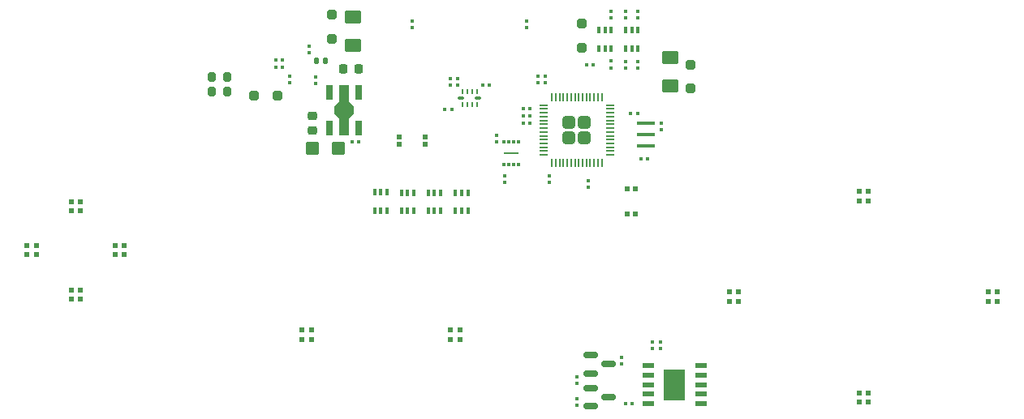
<source format=gbr>
G04 #@! TF.GenerationSoftware,KiCad,Pcbnew,7.0.6*
G04 #@! TF.CreationDate,2023-09-01T19:54:12-07:00*
G04 #@! TF.ProjectId,sgpp_main_pcb,73677070-5f6d-4616-996e-5f7063622e6b,1*
G04 #@! TF.SameCoordinates,Original*
G04 #@! TF.FileFunction,Paste,Top*
G04 #@! TF.FilePolarity,Positive*
%FSLAX46Y46*%
G04 Gerber Fmt 4.6, Leading zero omitted, Abs format (unit mm)*
G04 Created by KiCad (PCBNEW 7.0.6) date 2023-09-01 19:54:12*
%MOMM*%
%LPD*%
G01*
G04 APERTURE LIST*
G04 Aperture macros list*
%AMRoundRect*
0 Rectangle with rounded corners*
0 $1 Rounding radius*
0 $2 $3 $4 $5 $6 $7 $8 $9 X,Y pos of 4 corners*
0 Add a 4 corners polygon primitive as box body*
4,1,4,$2,$3,$4,$5,$6,$7,$8,$9,$2,$3,0*
0 Add four circle primitives for the rounded corners*
1,1,$1+$1,$2,$3*
1,1,$1+$1,$4,$5*
1,1,$1+$1,$6,$7*
1,1,$1+$1,$8,$9*
0 Add four rect primitives between the rounded corners*
20,1,$1+$1,$2,$3,$4,$5,0*
20,1,$1+$1,$4,$5,$6,$7,0*
20,1,$1+$1,$6,$7,$8,$9,0*
20,1,$1+$1,$8,$9,$2,$3,0*%
%AMFreePoly0*
4,1,13,0.900000,0.500000,2.600000,0.500000,2.600000,-0.500000,0.900000,-0.500000,0.400000,-1.000000,-0.400000,-1.000000,-0.900000,-0.500000,-2.600000,-0.500000,-2.600000,0.500000,-0.900000,0.500000,-0.400000,1.000000,0.400000,1.000000,0.900000,0.500000,0.900000,0.500000,$1*%
G04 Aperture macros list end*
%ADD10RoundRect,0.200000X0.200000X0.275000X-0.200000X0.275000X-0.200000X-0.275000X0.200000X-0.275000X0*%
%ADD11RoundRect,0.200000X-0.200000X-0.275000X0.200000X-0.275000X0.200000X0.275000X-0.200000X0.275000X0*%
%ADD12RoundRect,0.079500X-0.079500X-0.100500X0.079500X-0.100500X0.079500X0.100500X-0.079500X0.100500X0*%
%ADD13RoundRect,0.150000X-0.587500X-0.150000X0.587500X-0.150000X0.587500X0.150000X-0.587500X0.150000X0*%
%ADD14R,0.550000X0.550000*%
%ADD15RoundRect,0.249999X0.395001X-0.395001X0.395001X0.395001X-0.395001X0.395001X-0.395001X-0.395001X0*%
%ADD16RoundRect,0.050000X0.050000X-0.387500X0.050000X0.387500X-0.050000X0.387500X-0.050000X-0.387500X0*%
%ADD17RoundRect,0.050000X0.387500X-0.050000X0.387500X0.050000X-0.387500X0.050000X-0.387500X-0.050000X0*%
%ADD18RoundRect,0.140000X0.140000X0.170000X-0.140000X0.170000X-0.140000X-0.170000X0.140000X-0.170000X0*%
%ADD19RoundRect,0.079500X0.100500X-0.079500X0.100500X0.079500X-0.100500X0.079500X-0.100500X-0.079500X0*%
%ADD20RoundRect,0.079500X-0.100500X0.079500X-0.100500X-0.079500X0.100500X-0.079500X0.100500X0.079500X0*%
%ADD21R,0.300000X0.400000*%
%ADD22R,1.600000X0.200000*%
%ADD23RoundRect,0.079500X0.079500X0.100500X-0.079500X0.100500X-0.079500X-0.100500X0.079500X-0.100500X0*%
%ADD24RoundRect,0.250000X-0.250000X0.250000X-0.250000X-0.250000X0.250000X-0.250000X0.250000X0.250000X0*%
%ADD25R,0.500000X0.550000*%
%ADD26RoundRect,0.250000X0.250000X-0.250000X0.250000X0.250000X-0.250000X0.250000X-0.250000X-0.250000X0*%
%ADD27R,0.400000X0.650000*%
%ADD28R,0.550000X0.500000*%
%ADD29RoundRect,0.250001X0.624999X-0.462499X0.624999X0.462499X-0.624999X0.462499X-0.624999X-0.462499X0*%
%ADD30RoundRect,0.250000X-0.450000X-0.425000X0.450000X-0.425000X0.450000X0.425000X-0.450000X0.425000X0*%
%ADD31R,1.300000X0.600000*%
%ADD32R,2.300000X3.200000*%
%ADD33R,1.900000X0.400000*%
%ADD34RoundRect,0.225000X-0.225000X-0.250000X0.225000X-0.250000X0.225000X0.250000X-0.225000X0.250000X0*%
%ADD35RoundRect,0.225000X0.250000X-0.225000X0.250000X0.225000X-0.250000X0.225000X-0.250000X-0.225000X0*%
%ADD36R,0.700000X1.500000*%
%ADD37FreePoly0,90.000000*%
%ADD38RoundRect,0.250001X-0.624999X0.462499X-0.624999X-0.462499X0.624999X-0.462499X0.624999X0.462499X0*%
%ADD39RoundRect,0.050000X0.075000X-0.225000X0.075000X0.225000X-0.075000X0.225000X-0.075000X-0.225000X0*%
%ADD40RoundRect,0.050000X0.050000X-0.225000X0.050000X0.225000X-0.050000X0.225000X-0.050000X-0.225000X0*%
%ADD41RoundRect,0.050000X0.250000X-0.100000X0.250000X0.100000X-0.250000X0.100000X-0.250000X-0.100000X0*%
%ADD42RoundRect,0.250000X-0.250000X-0.250000X0.250000X-0.250000X0.250000X0.250000X-0.250000X0.250000X0*%
G04 APERTURE END LIST*
D10*
X124726200Y-88057200D03*
X123076200Y-88057200D03*
D11*
X123076200Y-86512400D03*
X124726200Y-86512400D03*
D12*
X129761617Y-84757101D03*
X130451617Y-84757101D03*
D13*
X162613100Y-115618562D03*
X162613100Y-117518562D03*
X164488100Y-116568562D03*
D14*
X190625000Y-99482425D03*
X191575000Y-99482425D03*
X191575000Y-98532425D03*
X190625000Y-98532425D03*
X108425000Y-100562425D03*
X109375000Y-100562425D03*
X109375000Y-99612425D03*
X108425000Y-99612425D03*
D15*
X160395680Y-92895353D03*
X161995680Y-92895353D03*
X160395680Y-91295353D03*
X161995680Y-91295353D03*
D16*
X158595680Y-95532853D03*
X158995680Y-95532853D03*
X159395680Y-95532853D03*
X159795680Y-95532853D03*
X160195680Y-95532853D03*
X160595680Y-95532853D03*
X160995680Y-95532853D03*
X161395680Y-95532853D03*
X161795680Y-95532853D03*
X162195680Y-95532853D03*
X162595680Y-95532853D03*
X162995680Y-95532853D03*
X163395680Y-95532853D03*
X163795680Y-95532853D03*
D17*
X164633180Y-94695353D03*
X164633180Y-94295353D03*
X164633180Y-93895353D03*
X164633180Y-93495353D03*
X164633180Y-93095353D03*
X164633180Y-92695353D03*
X164633180Y-92295353D03*
X164633180Y-91895353D03*
X164633180Y-91495353D03*
X164633180Y-91095353D03*
X164633180Y-90695353D03*
X164633180Y-90295353D03*
X164633180Y-89895353D03*
X164633180Y-89495353D03*
D16*
X163795680Y-88657853D03*
X163395680Y-88657853D03*
X162995680Y-88657853D03*
X162595680Y-88657853D03*
X162195680Y-88657853D03*
X161795680Y-88657853D03*
X161395680Y-88657853D03*
X160995680Y-88657853D03*
X160595680Y-88657853D03*
X160195680Y-88657853D03*
X159795680Y-88657853D03*
X159395680Y-88657853D03*
X158995680Y-88657853D03*
X158595680Y-88657853D03*
D17*
X157758180Y-89495353D03*
X157758180Y-89895353D03*
X157758180Y-90295353D03*
X157758180Y-90695353D03*
X157758180Y-91095353D03*
X157758180Y-91495353D03*
X157758180Y-91895353D03*
X157758180Y-92295353D03*
X157758180Y-92695353D03*
X157758180Y-93095353D03*
X157758180Y-93495353D03*
X157758180Y-93895353D03*
X157758180Y-94295353D03*
X157758180Y-94695353D03*
D18*
X134970617Y-84868934D03*
X134010617Y-84868934D03*
D19*
X169113200Y-114899000D03*
X169113200Y-114209000D03*
D20*
X169900600Y-114209000D03*
X169900600Y-114899000D03*
D14*
X177125000Y-109982425D03*
X178075000Y-109982425D03*
X178075000Y-109032425D03*
X177125000Y-109032425D03*
D21*
X153603839Y-95730818D03*
X154103839Y-95730818D03*
X154603839Y-95730818D03*
X155103839Y-95730818D03*
X155103839Y-93330818D03*
X154603839Y-93330818D03*
X154103839Y-93330818D03*
X153603839Y-93330818D03*
D22*
X154353839Y-94530818D03*
D23*
X168569200Y-95072200D03*
X167879200Y-95072200D03*
D24*
X173049078Y-85243791D03*
X173049078Y-87743791D03*
D14*
X132525000Y-113962425D03*
X133475000Y-113962425D03*
X133475000Y-113012425D03*
X132525000Y-113012425D03*
D24*
X161702814Y-80976323D03*
X161702814Y-83476323D03*
D20*
X161185407Y-117887482D03*
X161185407Y-118577482D03*
D25*
X167278000Y-98243000D03*
X166478000Y-98243000D03*
X167278000Y-100893000D03*
X166478000Y-100893000D03*
D19*
X166283024Y-85593716D03*
X166283024Y-84903716D03*
X162357100Y-98078897D03*
X162357100Y-97388897D03*
D26*
X135665956Y-82558529D03*
X135665956Y-80058529D03*
D19*
X157906304Y-87150125D03*
X157906304Y-86460125D03*
D12*
X137733163Y-93294934D03*
X138423163Y-93294934D03*
D20*
X164796362Y-79673927D03*
X164796362Y-80363927D03*
D19*
X158352939Y-97534723D03*
X158352939Y-96844723D03*
X152810910Y-93343611D03*
X152810910Y-92653611D03*
D27*
X149819674Y-98621320D03*
X149169674Y-98621320D03*
X148519674Y-98621320D03*
X148519674Y-100521320D03*
X149169674Y-100521320D03*
X149819674Y-100521320D03*
D23*
X148122200Y-89916000D03*
X147432200Y-89916000D03*
D14*
X113025000Y-105132425D03*
X113975000Y-105132425D03*
X113975000Y-104182425D03*
X113025000Y-104182425D03*
D12*
X151381885Y-87373476D03*
X152071885Y-87373476D03*
D13*
X162613100Y-119039600D03*
X162613100Y-120939600D03*
X164488100Y-119989600D03*
D28*
X142693000Y-92818000D03*
X142693000Y-93618000D03*
X145343000Y-92818000D03*
X145343000Y-93618000D03*
D12*
X162189600Y-85242400D03*
X162879600Y-85242400D03*
X155595853Y-91341188D03*
X156285853Y-91341188D03*
D29*
X170922381Y-87522240D03*
X170922381Y-84547240D03*
D14*
X148025000Y-113962425D03*
X148975000Y-113962425D03*
X148975000Y-113012425D03*
X148025000Y-113012425D03*
D19*
X153644600Y-97576200D03*
X153644600Y-96886200D03*
D20*
X167582546Y-79657900D03*
X167582546Y-80347900D03*
D27*
X144189674Y-98621320D03*
X143539674Y-98621320D03*
X142889674Y-98621320D03*
X142889674Y-100521320D03*
X143539674Y-100521320D03*
X144189674Y-100521320D03*
D23*
X130451617Y-85519101D03*
X129761617Y-85519101D03*
D14*
X108425000Y-109732425D03*
X109375000Y-109732425D03*
X109375000Y-108782425D03*
X108425000Y-108782425D03*
D30*
X133642607Y-93993901D03*
X136342607Y-93993901D03*
D31*
X174140965Y-120693298D03*
X174140965Y-119693298D03*
X174140965Y-118693298D03*
X174140965Y-117693298D03*
X174140965Y-116693298D03*
X168640965Y-116693298D03*
X168640965Y-117693298D03*
X168640965Y-118693298D03*
X168640965Y-119693298D03*
X168640965Y-120693298D03*
D32*
X171390965Y-118693298D03*
D27*
X141395674Y-98594320D03*
X140745674Y-98594320D03*
X140095674Y-98594320D03*
X140095674Y-100494320D03*
X140745674Y-100494320D03*
X141395674Y-100494320D03*
D20*
X131256387Y-86444101D03*
X131256387Y-87134101D03*
D23*
X167518180Y-90339353D03*
X166828180Y-90339353D03*
D12*
X155595853Y-90593353D03*
X156285853Y-90593353D03*
D19*
X144018000Y-81371000D03*
X144018000Y-80681000D03*
X133225057Y-84025021D03*
X133225057Y-83335021D03*
X133934200Y-87213000D03*
X133934200Y-86523000D03*
D33*
X168376600Y-93763800D03*
X168376600Y-92563800D03*
X168376600Y-91363800D03*
D34*
X136842200Y-85699600D03*
X138392200Y-85699600D03*
D19*
X167581248Y-85608783D03*
X167581248Y-84918783D03*
D20*
X166256061Y-79677188D03*
X166256061Y-80367188D03*
D23*
X166952409Y-120696962D03*
X166262409Y-120696962D03*
D12*
X155592393Y-89831353D03*
X156282393Y-89831353D03*
D27*
X146983674Y-98621320D03*
X146333674Y-98621320D03*
X145683674Y-98621320D03*
X145683674Y-100521320D03*
X146333674Y-100521320D03*
X146983674Y-100521320D03*
D20*
X170027600Y-91374400D03*
X170027600Y-92064400D03*
D19*
X164787763Y-85588797D03*
X164787763Y-84898797D03*
X157137453Y-87151612D03*
X157137453Y-86461612D03*
X147968546Y-87374825D03*
X147968546Y-86684825D03*
D35*
X133578316Y-92150351D03*
X133578316Y-90600351D03*
D27*
X166284012Y-83575538D03*
X166934012Y-83575538D03*
X167584012Y-83575538D03*
X167584012Y-81675538D03*
X166934012Y-81675538D03*
X166284012Y-81675538D03*
D14*
X190625000Y-120482425D03*
X191575000Y-120482425D03*
X191575000Y-119532425D03*
X190625000Y-119532425D03*
D20*
X155956000Y-80681000D03*
X155956000Y-81371000D03*
X165880287Y-115834600D03*
X165880287Y-116524600D03*
D36*
X135398757Y-91846440D03*
D37*
X136898757Y-89996440D03*
D36*
X138398757Y-91846440D03*
X138398757Y-88146440D03*
X135398757Y-88146440D03*
D19*
X161185407Y-120842600D03*
X161185407Y-120152600D03*
D14*
X204125000Y-109982425D03*
X205075000Y-109982425D03*
X205075000Y-109032425D03*
X204125000Y-109032425D03*
D27*
X163490012Y-83575538D03*
X164140012Y-83575538D03*
X164790012Y-83575538D03*
X164790012Y-81675538D03*
X164140012Y-81675538D03*
X163490012Y-81675538D03*
D14*
X103825000Y-105132425D03*
X104775000Y-105132425D03*
X104775000Y-104182425D03*
X103825000Y-104182425D03*
D38*
X137814537Y-80258662D03*
X137814537Y-83233662D03*
D39*
X149250546Y-89448000D03*
D40*
X149750546Y-89448000D03*
X150250546Y-89448000D03*
D39*
X150750546Y-89448000D03*
D41*
X150900546Y-88773000D03*
D39*
X150750546Y-88098000D03*
D40*
X150250546Y-88098000D03*
X149750546Y-88098000D03*
D39*
X149250546Y-88098000D03*
D41*
X149100546Y-88773000D03*
D42*
X127502600Y-88468200D03*
X130002600Y-88468200D03*
D20*
X148730546Y-86684825D03*
X148730546Y-87374825D03*
M02*

</source>
